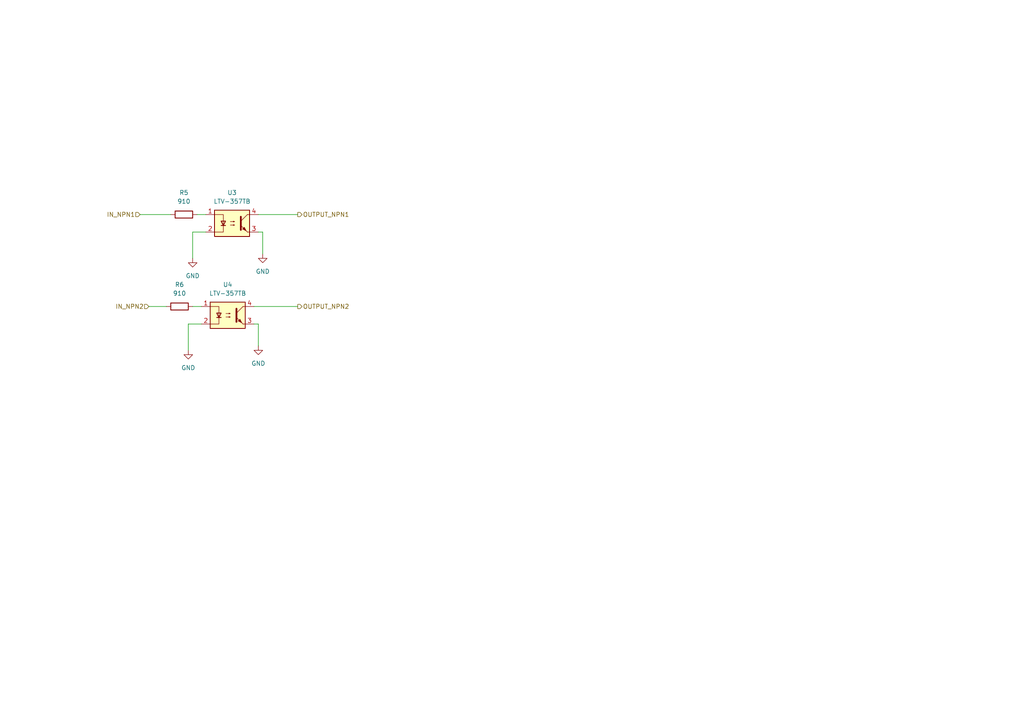
<source format=kicad_sch>
(kicad_sch
	(version 20250114)
	(generator "eeschema")
	(generator_version "9.0")
	(uuid "c3be2713-d8f8-49c5-a930-425e685254b1")
	(paper "A4")
	(lib_symbols
		(symbol "Device:R"
			(pin_numbers
				(hide yes)
			)
			(pin_names
				(offset 0)
			)
			(exclude_from_sim no)
			(in_bom yes)
			(on_board yes)
			(property "Reference" "R"
				(at 2.032 0 90)
				(effects
					(font
						(size 1.27 1.27)
					)
				)
			)
			(property "Value" "R"
				(at 0 0 90)
				(effects
					(font
						(size 1.27 1.27)
					)
				)
			)
			(property "Footprint" ""
				(at -1.778 0 90)
				(effects
					(font
						(size 1.27 1.27)
					)
					(hide yes)
				)
			)
			(property "Datasheet" "~"
				(at 0 0 0)
				(effects
					(font
						(size 1.27 1.27)
					)
					(hide yes)
				)
			)
			(property "Description" "Resistor"
				(at 0 0 0)
				(effects
					(font
						(size 1.27 1.27)
					)
					(hide yes)
				)
			)
			(property "ki_keywords" "R res resistor"
				(at 0 0 0)
				(effects
					(font
						(size 1.27 1.27)
					)
					(hide yes)
				)
			)
			(property "ki_fp_filters" "R_*"
				(at 0 0 0)
				(effects
					(font
						(size 1.27 1.27)
					)
					(hide yes)
				)
			)
			(symbol "R_0_1"
				(rectangle
					(start -1.016 -2.54)
					(end 1.016 2.54)
					(stroke
						(width 0.254)
						(type default)
					)
					(fill
						(type none)
					)
				)
			)
			(symbol "R_1_1"
				(pin passive line
					(at 0 3.81 270)
					(length 1.27)
					(name "~"
						(effects
							(font
								(size 1.27 1.27)
							)
						)
					)
					(number "1"
						(effects
							(font
								(size 1.27 1.27)
							)
						)
					)
				)
				(pin passive line
					(at 0 -3.81 90)
					(length 1.27)
					(name "~"
						(effects
							(font
								(size 1.27 1.27)
							)
						)
					)
					(number "2"
						(effects
							(font
								(size 1.27 1.27)
							)
						)
					)
				)
			)
			(embedded_fonts no)
		)
		(symbol "Isolator:LTV-357T"
			(pin_names
				(offset 1.016)
			)
			(exclude_from_sim no)
			(in_bom yes)
			(on_board yes)
			(property "Reference" "U"
				(at -5.334 4.826 0)
				(effects
					(font
						(size 1.27 1.27)
					)
					(justify left)
				)
			)
			(property "Value" "LTV-357T"
				(at 0 5.08 0)
				(effects
					(font
						(size 1.27 1.27)
					)
					(justify left)
				)
			)
			(property "Footprint" "Package_SO:SO-4_4.4x3.6mm_P2.54mm"
				(at -5.08 -5.08 0)
				(effects
					(font
						(size 1.27 1.27)
						(italic yes)
					)
					(justify left)
					(hide yes)
				)
			)
			(property "Datasheet" "https://www.buerklin.com/medias/sys_master/download/download/h91/ha0/8892020588574.pdf"
				(at 0 0 0)
				(effects
					(font
						(size 1.27 1.27)
					)
					(justify left)
					(hide yes)
				)
			)
			(property "Description" "DC Optocoupler, Vce 35V, CTR 50%, SO-4"
				(at 0 0 0)
				(effects
					(font
						(size 1.27 1.27)
					)
					(hide yes)
				)
			)
			(property "ki_keywords" "NPN DC Optocoupler"
				(at 0 0 0)
				(effects
					(font
						(size 1.27 1.27)
					)
					(hide yes)
				)
			)
			(property "ki_fp_filters" "SO*4.4x3.6mm*P2.54mm*"
				(at 0 0 0)
				(effects
					(font
						(size 1.27 1.27)
					)
					(hide yes)
				)
			)
			(symbol "LTV-357T_0_1"
				(rectangle
					(start -5.08 3.81)
					(end 5.08 -3.81)
					(stroke
						(width 0.254)
						(type default)
					)
					(fill
						(type background)
					)
				)
				(polyline
					(pts
						(xy -5.08 2.54) (xy -2.54 2.54) (xy -2.54 -0.762)
					)
					(stroke
						(width 0)
						(type default)
					)
					(fill
						(type none)
					)
				)
				(polyline
					(pts
						(xy -3.175 -0.635) (xy -1.905 -0.635)
					)
					(stroke
						(width 0.254)
						(type default)
					)
					(fill
						(type none)
					)
				)
				(polyline
					(pts
						(xy -2.54 -0.635) (xy -2.54 -2.54) (xy -5.08 -2.54)
					)
					(stroke
						(width 0)
						(type default)
					)
					(fill
						(type none)
					)
				)
				(polyline
					(pts
						(xy -2.54 -0.635) (xy -3.175 0.635) (xy -1.905 0.635) (xy -2.54 -0.635)
					)
					(stroke
						(width 0.254)
						(type default)
					)
					(fill
						(type none)
					)
				)
				(polyline
					(pts
						(xy -0.508 0.508) (xy 0.762 0.508) (xy 0.381 0.381) (xy 0.381 0.635) (xy 0.762 0.508)
					)
					(stroke
						(width 0)
						(type default)
					)
					(fill
						(type none)
					)
				)
				(polyline
					(pts
						(xy -0.508 -0.508) (xy 0.762 -0.508) (xy 0.381 -0.635) (xy 0.381 -0.381) (xy 0.762 -0.508)
					)
					(stroke
						(width 0)
						(type default)
					)
					(fill
						(type none)
					)
				)
				(polyline
					(pts
						(xy 2.54 1.905) (xy 2.54 -1.905) (xy 2.54 -1.905)
					)
					(stroke
						(width 0.508)
						(type default)
					)
					(fill
						(type none)
					)
				)
				(polyline
					(pts
						(xy 2.54 0.635) (xy 4.445 2.54)
					)
					(stroke
						(width 0)
						(type default)
					)
					(fill
						(type none)
					)
				)
				(polyline
					(pts
						(xy 3.048 -1.651) (xy 3.556 -1.143) (xy 4.064 -2.159) (xy 3.048 -1.651) (xy 3.048 -1.651)
					)
					(stroke
						(width 0)
						(type default)
					)
					(fill
						(type outline)
					)
				)
				(polyline
					(pts
						(xy 4.445 2.54) (xy 5.08 2.54)
					)
					(stroke
						(width 0)
						(type default)
					)
					(fill
						(type none)
					)
				)
				(polyline
					(pts
						(xy 4.445 -2.54) (xy 2.54 -0.635)
					)
					(stroke
						(width 0)
						(type default)
					)
					(fill
						(type outline)
					)
				)
				(polyline
					(pts
						(xy 4.445 -2.54) (xy 5.08 -2.54)
					)
					(stroke
						(width 0)
						(type default)
					)
					(fill
						(type none)
					)
				)
			)
			(symbol "LTV-357T_1_1"
				(pin passive line
					(at -7.62 2.54 0)
					(length 2.54)
					(name "~"
						(effects
							(font
								(size 1.27 1.27)
							)
						)
					)
					(number "1"
						(effects
							(font
								(size 1.27 1.27)
							)
						)
					)
				)
				(pin passive line
					(at -7.62 -2.54 0)
					(length 2.54)
					(name "~"
						(effects
							(font
								(size 1.27 1.27)
							)
						)
					)
					(number "2"
						(effects
							(font
								(size 1.27 1.27)
							)
						)
					)
				)
				(pin passive line
					(at 7.62 2.54 180)
					(length 2.54)
					(name "~"
						(effects
							(font
								(size 1.27 1.27)
							)
						)
					)
					(number "4"
						(effects
							(font
								(size 1.27 1.27)
							)
						)
					)
				)
				(pin passive line
					(at 7.62 -2.54 180)
					(length 2.54)
					(name "~"
						(effects
							(font
								(size 1.27 1.27)
							)
						)
					)
					(number "3"
						(effects
							(font
								(size 1.27 1.27)
							)
						)
					)
				)
			)
			(embedded_fonts no)
		)
		(symbol "power:GND"
			(power)
			(pin_numbers
				(hide yes)
			)
			(pin_names
				(offset 0)
				(hide yes)
			)
			(exclude_from_sim no)
			(in_bom yes)
			(on_board yes)
			(property "Reference" "#PWR"
				(at 0 -6.35 0)
				(effects
					(font
						(size 1.27 1.27)
					)
					(hide yes)
				)
			)
			(property "Value" "GND"
				(at 0 -3.81 0)
				(effects
					(font
						(size 1.27 1.27)
					)
				)
			)
			(property "Footprint" ""
				(at 0 0 0)
				(effects
					(font
						(size 1.27 1.27)
					)
					(hide yes)
				)
			)
			(property "Datasheet" ""
				(at 0 0 0)
				(effects
					(font
						(size 1.27 1.27)
					)
					(hide yes)
				)
			)
			(property "Description" "Power symbol creates a global label with name \"GND\" , ground"
				(at 0 0 0)
				(effects
					(font
						(size 1.27 1.27)
					)
					(hide yes)
				)
			)
			(property "ki_keywords" "global power"
				(at 0 0 0)
				(effects
					(font
						(size 1.27 1.27)
					)
					(hide yes)
				)
			)
			(symbol "GND_0_1"
				(polyline
					(pts
						(xy 0 0) (xy 0 -1.27) (xy 1.27 -1.27) (xy 0 -2.54) (xy -1.27 -1.27) (xy 0 -1.27)
					)
					(stroke
						(width 0)
						(type default)
					)
					(fill
						(type none)
					)
				)
			)
			(symbol "GND_1_1"
				(pin power_in line
					(at 0 0 270)
					(length 0)
					(name "~"
						(effects
							(font
								(size 1.27 1.27)
							)
						)
					)
					(number "1"
						(effects
							(font
								(size 1.27 1.27)
							)
						)
					)
				)
			)
			(embedded_fonts no)
		)
	)
	(wire
		(pts
			(xy 40.64 62.23) (xy 49.53 62.23)
		)
		(stroke
			(width 0)
			(type default)
		)
		(uuid "14820042-b751-4661-a1a8-fe3c5281c946")
	)
	(wire
		(pts
			(xy 74.93 67.31) (xy 76.2 67.31)
		)
		(stroke
			(width 0)
			(type default)
		)
		(uuid "150360bf-7ea8-47c9-b96c-2072736d5b69")
	)
	(wire
		(pts
			(xy 43.18 88.9) (xy 48.26 88.9)
		)
		(stroke
			(width 0)
			(type default)
		)
		(uuid "22f4c0cb-974b-4306-b9ba-fe323c8967d3")
	)
	(wire
		(pts
			(xy 55.88 88.9) (xy 58.42 88.9)
		)
		(stroke
			(width 0)
			(type default)
		)
		(uuid "2bee0f64-6501-47f9-b0a0-4b2d5ec2e63f")
	)
	(wire
		(pts
			(xy 54.61 93.98) (xy 54.61 101.6)
		)
		(stroke
			(width 0)
			(type default)
		)
		(uuid "3cd6f6ae-5bd3-4eae-be6d-590a32e48d69")
	)
	(wire
		(pts
			(xy 73.66 93.98) (xy 74.93 93.98)
		)
		(stroke
			(width 0)
			(type default)
		)
		(uuid "45ff155c-d034-483a-a038-da3bfce7a298")
	)
	(wire
		(pts
			(xy 74.93 62.23) (xy 86.36 62.23)
		)
		(stroke
			(width 0)
			(type default)
		)
		(uuid "557608ba-bf73-46a4-b0c6-b4d6a2861e56")
	)
	(wire
		(pts
			(xy 55.88 67.31) (xy 59.69 67.31)
		)
		(stroke
			(width 0)
			(type default)
		)
		(uuid "66b62199-f347-4a08-bb1c-2ed4b8303ef1")
	)
	(wire
		(pts
			(xy 54.61 93.98) (xy 58.42 93.98)
		)
		(stroke
			(width 0)
			(type default)
		)
		(uuid "680e5816-f905-4c19-874a-7f67595a1f7c")
	)
	(wire
		(pts
			(xy 74.93 100.33) (xy 74.93 93.98)
		)
		(stroke
			(width 0)
			(type default)
		)
		(uuid "7b666264-19e7-41d5-b389-4a56e5328c39")
	)
	(wire
		(pts
			(xy 73.66 88.9) (xy 86.36 88.9)
		)
		(stroke
			(width 0)
			(type default)
		)
		(uuid "7e22d981-833d-48f4-bb5a-3c20bce42cce")
	)
	(wire
		(pts
			(xy 57.15 62.23) (xy 59.69 62.23)
		)
		(stroke
			(width 0)
			(type default)
		)
		(uuid "9b4394d2-e338-41f6-9e6d-21b892309d2f")
	)
	(wire
		(pts
			(xy 76.2 73.66) (xy 76.2 67.31)
		)
		(stroke
			(width 0)
			(type default)
		)
		(uuid "b7009060-334f-4a58-a6ae-6a9d039e967b")
	)
	(wire
		(pts
			(xy 55.88 67.31) (xy 55.88 74.93)
		)
		(stroke
			(width 0)
			(type default)
		)
		(uuid "ff4c54d2-a25c-43d0-9c87-156664d44d90")
	)
	(hierarchical_label "IN_NPN2"
		(shape input)
		(at 43.18 88.9 180)
		(effects
			(font
				(size 1.27 1.27)
			)
			(justify right)
		)
		(uuid "0fe004ae-cc92-4ce3-b9e1-e9355d7db118")
	)
	(hierarchical_label "OUTPUT_NPN2"
		(shape output)
		(at 86.36 88.9 0)
		(effects
			(font
				(size 1.27 1.27)
			)
			(justify left)
		)
		(uuid "5c4da001-c588-4aae-97a1-7b1e9fa8a134")
	)
	(hierarchical_label "OUTPUT_NPN1"
		(shape output)
		(at 86.36 62.23 0)
		(fields_autoplaced yes)
		(effects
			(font
				(size 1.27 1.27)
			)
			(justify left)
		)
		(uuid "9bce690b-c440-41c0-b514-b23a80377e09")
		(property "Netclass" ""
			(at 86.36 63.5 0)
			(effects
				(font
					(size 1.27 1.27)
					(italic yes)
				)
				(justify left)
			)
		)
	)
	(hierarchical_label "IN_NPN1"
		(shape input)
		(at 40.64 62.23 180)
		(effects
			(font
				(size 1.27 1.27)
			)
			(justify right)
		)
		(uuid "a18452b8-6f03-4a4f-86dd-f08bfaba9a8e")
	)
	(symbol
		(lib_id "Device:R")
		(at 52.07 88.9 90)
		(unit 1)
		(exclude_from_sim no)
		(in_bom yes)
		(on_board yes)
		(dnp no)
		(fields_autoplaced yes)
		(uuid "1b5c8598-84e8-45d0-b04f-ceb1db2243b7")
		(property "Reference" "R6"
			(at 52.07 82.55 90)
			(effects
				(font
					(size 1.27 1.27)
				)
			)
		)
		(property "Value" "910"
			(at 52.07 85.09 90)
			(effects
				(font
					(size 1.27 1.27)
				)
			)
		)
		(property "Footprint" "Resistor_SMD:R_0603_1608Metric"
			(at 52.07 90.678 90)
			(effects
				(font
					(size 1.27 1.27)
				)
				(hide yes)
			)
		)
		(property "Datasheet" "~"
			(at 52.07 88.9 0)
			(effects
				(font
					(size 1.27 1.27)
				)
				(hide yes)
			)
		)
		(property "Description" "Resistor"
			(at 52.07 88.9 0)
			(effects
				(font
					(size 1.27 1.27)
				)
				(hide yes)
			)
		)
		(property "LCSC#" "C114670"
			(at 52.07 88.9 90)
			(effects
				(font
					(size 1.27 1.27)
				)
				(hide yes)
			)
		)
		(pin "1"
			(uuid "93d5becc-deb6-4b0b-895c-58960fa1ecaa")
		)
		(pin "2"
			(uuid "3c8bc4b8-248f-4da7-9be7-4d8c2b5a2822")
		)
		(instances
			(project "PCB2"
				(path "/65bd0161-ef9e-46bf-8f53-5e79265dec38/b9169cbc-15eb-4442-a6f5-930282d069c3/026a8a8b-3d2f-4658-840a-21f17c8145c4"
					(reference "R6")
					(unit 1)
				)
			)
		)
	)
	(symbol
		(lib_id "power:GND")
		(at 54.61 101.6 0)
		(unit 1)
		(exclude_from_sim no)
		(in_bom yes)
		(on_board yes)
		(dnp no)
		(fields_autoplaced yes)
		(uuid "45f09026-ab1d-4dfa-a0bc-68225ed0fd05")
		(property "Reference" "#PWR020"
			(at 54.61 107.95 0)
			(effects
				(font
					(size 1.27 1.27)
				)
				(hide yes)
			)
		)
		(property "Value" "GND"
			(at 54.61 106.68 0)
			(effects
				(font
					(size 1.27 1.27)
				)
			)
		)
		(property "Footprint" ""
			(at 54.61 101.6 0)
			(effects
				(font
					(size 1.27 1.27)
				)
				(hide yes)
			)
		)
		(property "Datasheet" ""
			(at 54.61 101.6 0)
			(effects
				(font
					(size 1.27 1.27)
				)
				(hide yes)
			)
		)
		(property "Description" "Power symbol creates a global label with name \"GND\" , ground"
			(at 54.61 101.6 0)
			(effects
				(font
					(size 1.27 1.27)
				)
				(hide yes)
			)
		)
		(pin "1"
			(uuid "72d3d4ae-41fd-41db-a76d-8ce98de847f4")
		)
		(instances
			(project "PCB2"
				(path "/65bd0161-ef9e-46bf-8f53-5e79265dec38/b9169cbc-15eb-4442-a6f5-930282d069c3/026a8a8b-3d2f-4658-840a-21f17c8145c4"
					(reference "#PWR020")
					(unit 1)
				)
			)
		)
	)
	(symbol
		(lib_id "power:GND")
		(at 76.2 73.66 0)
		(unit 1)
		(exclude_from_sim no)
		(in_bom yes)
		(on_board yes)
		(dnp no)
		(fields_autoplaced yes)
		(uuid "54c0ad1a-953e-4579-9b77-ae2c5309bfc3")
		(property "Reference" "#PWR017"
			(at 76.2 80.01 0)
			(effects
				(font
					(size 1.27 1.27)
				)
				(hide yes)
			)
		)
		(property "Value" "GND"
			(at 76.2 78.74 0)
			(effects
				(font
					(size 1.27 1.27)
				)
			)
		)
		(property "Footprint" ""
			(at 76.2 73.66 0)
			(effects
				(font
					(size 1.27 1.27)
				)
				(hide yes)
			)
		)
		(property "Datasheet" ""
			(at 76.2 73.66 0)
			(effects
				(font
					(size 1.27 1.27)
				)
				(hide yes)
			)
		)
		(property "Description" "Power symbol creates a global label with name \"GND\" , ground"
			(at 76.2 73.66 0)
			(effects
				(font
					(size 1.27 1.27)
				)
				(hide yes)
			)
		)
		(pin "1"
			(uuid "ed23d08f-80bc-4a32-b01f-f7783e51e2c8")
		)
		(instances
			(project "PCB2"
				(path "/65bd0161-ef9e-46bf-8f53-5e79265dec38/b9169cbc-15eb-4442-a6f5-930282d069c3/026a8a8b-3d2f-4658-840a-21f17c8145c4"
					(reference "#PWR017")
					(unit 1)
				)
			)
		)
	)
	(symbol
		(lib_id "power:GND")
		(at 74.93 100.33 0)
		(unit 1)
		(exclude_from_sim no)
		(in_bom yes)
		(on_board yes)
		(dnp no)
		(fields_autoplaced yes)
		(uuid "93d2d005-da75-4256-be39-055a724a978a")
		(property "Reference" "#PWR018"
			(at 74.93 106.68 0)
			(effects
				(font
					(size 1.27 1.27)
				)
				(hide yes)
			)
		)
		(property "Value" "GND"
			(at 74.93 105.41 0)
			(effects
				(font
					(size 1.27 1.27)
				)
			)
		)
		(property "Footprint" ""
			(at 74.93 100.33 0)
			(effects
				(font
					(size 1.27 1.27)
				)
				(hide yes)
			)
		)
		(property "Datasheet" ""
			(at 74.93 100.33 0)
			(effects
				(font
					(size 1.27 1.27)
				)
				(hide yes)
			)
		)
		(property "Description" "Power symbol creates a global label with name \"GND\" , ground"
			(at 74.93 100.33 0)
			(effects
				(font
					(size 1.27 1.27)
				)
				(hide yes)
			)
		)
		(pin "1"
			(uuid "34f4046c-cbbc-488a-8510-4ce06a984f5b")
		)
		(instances
			(project "PCB2"
				(path "/65bd0161-ef9e-46bf-8f53-5e79265dec38/b9169cbc-15eb-4442-a6f5-930282d069c3/026a8a8b-3d2f-4658-840a-21f17c8145c4"
					(reference "#PWR018")
					(unit 1)
				)
			)
		)
	)
	(symbol
		(lib_id "Isolator:LTV-357T")
		(at 67.31 64.77 0)
		(unit 1)
		(exclude_from_sim no)
		(in_bom yes)
		(on_board yes)
		(dnp no)
		(fields_autoplaced yes)
		(uuid "b2fa5c26-bbd3-4db2-b952-f1ca26024f3a")
		(property "Reference" "U3"
			(at 67.31 55.88 0)
			(effects
				(font
					(size 1.27 1.27)
				)
			)
		)
		(property "Value" "LTV-357TB"
			(at 67.31 58.42 0)
			(effects
				(font
					(size 1.27 1.27)
				)
			)
		)
		(property "Footprint" "Package_SO:SO-4_4.4x3.6mm_P2.54mm"
			(at 62.23 69.85 0)
			(effects
				(font
					(size 1.27 1.27)
					(italic yes)
				)
				(justify left)
				(hide yes)
			)
		)
		(property "Datasheet" "https://www.buerklin.com/medias/sys_master/download/download/h91/ha0/8892020588574.pdf"
			(at 67.31 64.77 0)
			(effects
				(font
					(size 1.27 1.27)
				)
				(justify left)
				(hide yes)
			)
		)
		(property "Description" "DC Optocoupler, Vce 35V, CTR 50%, SO-4"
			(at 67.31 64.77 0)
			(effects
				(font
					(size 1.27 1.27)
				)
				(hide yes)
			)
		)
		(pin "3"
			(uuid "fae7e194-a150-4b2e-b8be-acbdc9c61e1b")
		)
		(pin "1"
			(uuid "47b519a8-dc43-45bb-a75c-d3a0b1ccc95a")
		)
		(pin "2"
			(uuid "7e7931be-f989-4c4f-94ee-1c6fd68172a1")
		)
		(pin "4"
			(uuid "5fc757c5-cc5c-4c43-8e2d-1c0354db5dc0")
		)
		(instances
			(project "PCB2"
				(path "/65bd0161-ef9e-46bf-8f53-5e79265dec38/b9169cbc-15eb-4442-a6f5-930282d069c3/026a8a8b-3d2f-4658-840a-21f17c8145c4"
					(reference "U3")
					(unit 1)
				)
			)
		)
	)
	(symbol
		(lib_id "Device:R")
		(at 53.34 62.23 90)
		(unit 1)
		(exclude_from_sim no)
		(in_bom yes)
		(on_board yes)
		(dnp no)
		(fields_autoplaced yes)
		(uuid "ca3c2ca2-e507-4035-af88-cc947bab56e2")
		(property "Reference" "R5"
			(at 53.34 55.88 90)
			(effects
				(font
					(size 1.27 1.27)
				)
			)
		)
		(property "Value" "910"
			(at 53.34 58.42 90)
			(effects
				(font
					(size 1.27 1.27)
				)
			)
		)
		(property "Footprint" "Resistor_SMD:R_0603_1608Metric"
			(at 53.34 64.008 90)
			(effects
				(font
					(size 1.27 1.27)
				)
				(hide yes)
			)
		)
		(property "Datasheet" "~"
			(at 53.34 62.23 0)
			(effects
				(font
					(size 1.27 1.27)
				)
				(hide yes)
			)
		)
		(property "Description" "Resistor"
			(at 53.34 62.23 0)
			(effects
				(font
					(size 1.27 1.27)
				)
				(hide yes)
			)
		)
		(property "LCSC#" "C114670"
			(at 53.34 62.23 90)
			(effects
				(font
					(size 1.27 1.27)
				)
				(hide yes)
			)
		)
		(pin "1"
			(uuid "6f8869d3-c643-4227-9403-8c1098641c08")
		)
		(pin "2"
			(uuid "179dc1d5-eda6-4218-9744-83b9543b41c8")
		)
		(instances
			(project "PCB2"
				(path "/65bd0161-ef9e-46bf-8f53-5e79265dec38/b9169cbc-15eb-4442-a6f5-930282d069c3/026a8a8b-3d2f-4658-840a-21f17c8145c4"
					(reference "R5")
					(unit 1)
				)
			)
		)
	)
	(symbol
		(lib_id "Isolator:LTV-357T")
		(at 66.04 91.44 0)
		(unit 1)
		(exclude_from_sim no)
		(in_bom yes)
		(on_board yes)
		(dnp no)
		(fields_autoplaced yes)
		(uuid "cd2a0aae-d64e-475d-ae48-1e0b75913a50")
		(property "Reference" "U4"
			(at 66.04 82.55 0)
			(effects
				(font
					(size 1.27 1.27)
				)
			)
		)
		(property "Value" "LTV-357TB"
			(at 66.04 85.09 0)
			(effects
				(font
					(size 1.27 1.27)
				)
			)
		)
		(property "Footprint" "Package_SO:SO-4_4.4x3.6mm_P2.54mm"
			(at 60.96 96.52 0)
			(effects
				(font
					(size 1.27 1.27)
					(italic yes)
				)
				(justify left)
				(hide yes)
			)
		)
		(property "Datasheet" "https://www.buerklin.com/medias/sys_master/download/download/h91/ha0/8892020588574.pdf"
			(at 66.04 91.44 0)
			(effects
				(font
					(size 1.27 1.27)
				)
				(justify left)
				(hide yes)
			)
		)
		(property "Description" "DC Optocoupler, Vce 35V, CTR 50%, SO-4"
			(at 66.04 91.44 0)
			(effects
				(font
					(size 1.27 1.27)
				)
				(hide yes)
			)
		)
		(pin "3"
			(uuid "6fab4e3c-2179-4f83-a4cd-09cc1e82c81d")
		)
		(pin "1"
			(uuid "590d22e4-bd62-4a73-ac5b-f7aa4f8d389a")
		)
		(pin "2"
			(uuid "1eec0a8d-516f-4668-a891-36319e034117")
		)
		(pin "4"
			(uuid "b3075de7-9a53-4a8b-821b-6c9fabb328fb")
		)
		(instances
			(project "PCB2"
				(path "/65bd0161-ef9e-46bf-8f53-5e79265dec38/b9169cbc-15eb-4442-a6f5-930282d069c3/026a8a8b-3d2f-4658-840a-21f17c8145c4"
					(reference "U4")
					(unit 1)
				)
			)
		)
	)
	(symbol
		(lib_id "power:GND")
		(at 55.88 74.93 0)
		(unit 1)
		(exclude_from_sim no)
		(in_bom yes)
		(on_board yes)
		(dnp no)
		(fields_autoplaced yes)
		(uuid "e9bde914-32d5-4708-b037-07a5748efdb3")
		(property "Reference" "#PWR019"
			(at 55.88 81.28 0)
			(effects
				(font
					(size 1.27 1.27)
				)
				(hide yes)
			)
		)
		(property "Value" "GND"
			(at 55.88 80.01 0)
			(effects
				(font
					(size 1.27 1.27)
				)
			)
		)
		(property "Footprint" ""
			(at 55.88 74.93 0)
			(effects
				(font
					(size 1.27 1.27)
				)
				(hide yes)
			)
		)
		(property "Datasheet" ""
			(at 55.88 74.93 0)
			(effects
				(font
					(size 1.27 1.27)
				)
				(hide yes)
			)
		)
		(property "Description" "Power symbol creates a global label with name \"GND\" , ground"
			(at 55.88 74.93 0)
			(effects
				(font
					(size 1.27 1.27)
				)
				(hide yes)
			)
		)
		(pin "1"
			(uuid "43f180d5-98c0-481c-bfde-9660d77f90c2")
		)
		(instances
			(project "PCB2"
				(path "/65bd0161-ef9e-46bf-8f53-5e79265dec38/b9169cbc-15eb-4442-a6f5-930282d069c3/026a8a8b-3d2f-4658-840a-21f17c8145c4"
					(reference "#PWR019")
					(unit 1)
				)
			)
		)
	)
)

</source>
